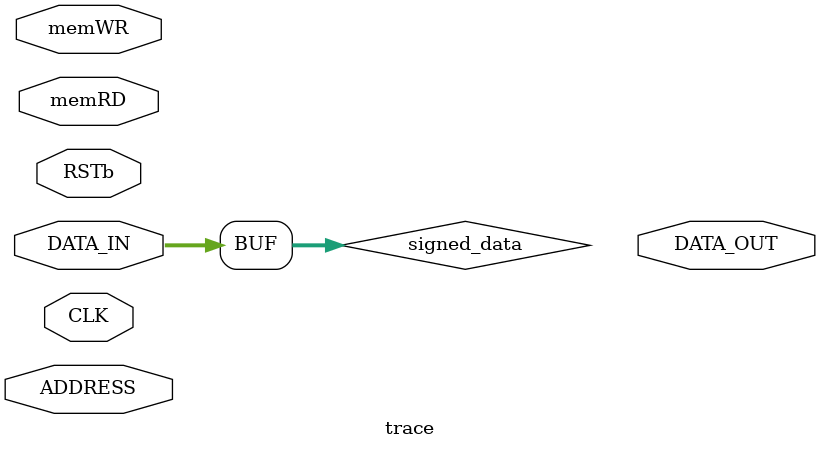
<source format=v>
/*
 *	Trace port - only used for simulation, so that there is an easy way to "print" to the simulation
 *	output.
 *
 *  Used to verify / regression test CPU.
 */

module trace (
	input CLK,
	input RSTb,
	input [3 : 0]   ADDRESS,
	input [15 : 0]  DATA_IN,
	output [15 : 0] DATA_OUT,
	input memWR,  /* write memory */
	input memRD  /* read request */
);

reg signed [15:0] traceVal_r; 
reg [7:0]  traceChar_r;
reg [15:0] traceHex_r;

wire signed [15:0] signed_data = DATA_IN;

always @(posedge CLK)
begin
	if (RSTb == 1'b0) begin
		traceVal_r = 16'h0;
		traceChar_r = 8'h0;
		traceHex_r = 16'h0;
	end else
	if (memWR == 1'b1) begin
		case (ADDRESS)
			4'd0:  begin 
				traceVal_r <= DATA_IN;
			end
			4'd1:  begin
				traceChar_r <= DATA_IN[7:0]; 
			end
			4'd2:  begin
				traceHex_r <= DATA_IN;
			end
			default: ;
		endcase
	end
end

endmodule

</source>
